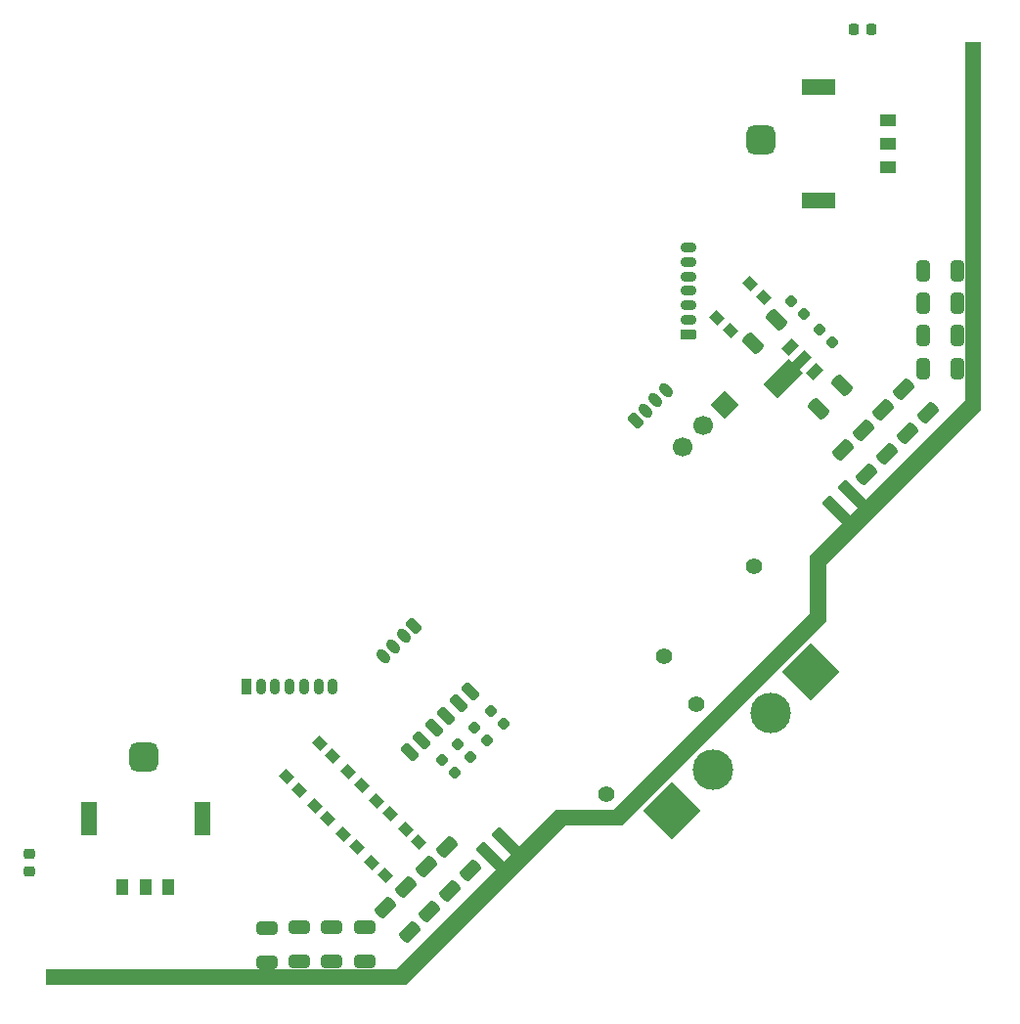
<source format=gbr>
%TF.GenerationSoftware,KiCad,Pcbnew,(6.0.8)*%
%TF.CreationDate,2022-12-08T06:23:49+09:00*%
%TF.ProjectId,ORION_VV_driver_v3,4f52494f-4e5f-4565-965f-647269766572,rev?*%
%TF.SameCoordinates,Original*%
%TF.FileFunction,Soldermask,Top*%
%TF.FilePolarity,Negative*%
%FSLAX46Y46*%
G04 Gerber Fmt 4.6, Leading zero omitted, Abs format (unit mm)*
G04 Created by KiCad (PCBNEW (6.0.8)) date 2022-12-08 06:23:49*
%MOMM*%
%LPD*%
G01*
G04 APERTURE LIST*
G04 Aperture macros list*
%AMRoundRect*
0 Rectangle with rounded corners*
0 $1 Rounding radius*
0 $2 $3 $4 $5 $6 $7 $8 $9 X,Y pos of 4 corners*
0 Add a 4 corners polygon primitive as box body*
4,1,4,$2,$3,$4,$5,$6,$7,$8,$9,$2,$3,0*
0 Add four circle primitives for the rounded corners*
1,1,$1+$1,$2,$3*
1,1,$1+$1,$4,$5*
1,1,$1+$1,$6,$7*
1,1,$1+$1,$8,$9*
0 Add four rect primitives between the rounded corners*
20,1,$1+$1,$2,$3,$4,$5,0*
20,1,$1+$1,$4,$5,$6,$7,0*
20,1,$1+$1,$6,$7,$8,$9,0*
20,1,$1+$1,$8,$9,$2,$3,0*%
%AMHorizOval*
0 Thick line with rounded ends*
0 $1 width*
0 $2 $3 position (X,Y) of the first rounded end (center of the circle)*
0 $4 $5 position (X,Y) of the second rounded end (center of the circle)*
0 Add line between two ends*
20,1,$1,$2,$3,$4,$5,0*
0 Add two circle primitives to create the rounded ends*
1,1,$1,$2,$3*
1,1,$1,$4,$5*%
%AMRotRect*
0 Rectangle, with rotation*
0 The origin of the aperture is its center*
0 $1 length*
0 $2 width*
0 $3 Rotation angle, in degrees counterclockwise*
0 Add horizontal line*
21,1,$1,$2,0,0,$3*%
%AMFreePoly0*
4,1,9,3.862500,-0.866500,0.737500,-0.866500,0.737500,-0.450000,-0.737500,-0.450000,-0.737500,0.450000,0.737500,0.450000,0.737500,0.866500,3.862500,0.866500,3.862500,-0.866500,3.862500,-0.866500,$1*%
G04 Aperture macros list end*
%ADD10RoundRect,0.225000X0.176777X-0.494975X0.494975X-0.176777X-0.176777X0.494975X-0.494975X0.176777X0*%
%ADD11HorizOval,0.900000X-0.176777X0.176777X0.176777X-0.176777X0*%
%ADD12RotRect,1.300000X0.900000X225.000000*%
%ADD13FreePoly0,225.000000*%
%ADD14RoundRect,0.218750X0.335876X0.026517X0.026517X0.335876X-0.335876X-0.026517X-0.026517X-0.335876X0*%
%ADD15RotRect,0.900000X1.000000X45.000000*%
%ADD16RoundRect,0.250000X0.689429X0.229810X0.229810X0.689429X-0.689429X-0.229810X-0.229810X-0.689429X0*%
%ADD17RoundRect,0.250000X1.069499X-1.440730X1.440730X-1.069499X-1.069499X1.440730X-1.440730X1.069499X0*%
%ADD18RoundRect,0.250000X0.650000X-0.325000X0.650000X0.325000X-0.650000X0.325000X-0.650000X-0.325000X0*%
%ADD19RoundRect,0.218750X-0.335876X-0.026517X-0.026517X-0.335876X0.335876X0.026517X0.026517X0.335876X0*%
%ADD20R,1.450000X1.100000*%
%ADD21R,2.899999X1.350000*%
%ADD22RotRect,1.700000X1.700000X315.000000*%
%ADD23HorizOval,1.700000X0.000000X0.000000X0.000000X0.000000X0*%
%ADD24C,1.400000*%
%ADD25RotRect,3.500000X3.500000X45.000000*%
%ADD26C,3.500000*%
%ADD27RoundRect,0.225000X0.475000X-0.225000X0.475000X0.225000X-0.475000X0.225000X-0.475000X-0.225000X0*%
%ADD28O,1.400000X0.900000*%
%ADD29RoundRect,0.250000X0.325000X0.650000X-0.325000X0.650000X-0.325000X-0.650000X0.325000X-0.650000X0*%
%ADD30RoundRect,0.250000X0.229810X-0.689429X0.689429X-0.229810X-0.229810X0.689429X-0.689429X0.229810X0*%
%ADD31RotRect,0.900000X1.000000X225.000000*%
%ADD32RoundRect,0.250000X-1.069499X1.440730X-1.440730X1.069499X1.069499X-1.440730X1.440730X-1.069499X0*%
%ADD33RoundRect,0.225000X-0.176777X0.494975X-0.494975X0.176777X0.176777X-0.494975X0.494975X-0.176777X0*%
%ADD34RoundRect,0.225000X-0.250000X0.225000X-0.250000X-0.225000X0.250000X-0.225000X0.250000X0.225000X0*%
%ADD35RoundRect,0.225000X-0.225000X-0.475000X0.225000X-0.475000X0.225000X0.475000X-0.225000X0.475000X0*%
%ADD36O,0.900000X1.400000*%
%ADD37RoundRect,0.225000X-0.225000X-0.250000X0.225000X-0.250000X0.225000X0.250000X-0.225000X0.250000X0*%
%ADD38RoundRect,0.225000X-0.247487X0.565685X-0.565685X0.247487X0.247487X-0.565685X0.565685X-0.247487X0*%
%ADD39R,1.100000X1.450000*%
%ADD40R,1.350000X2.899999*%
%ADD41RoundRect,0.625000X-0.625000X-0.625000X0.625000X-0.625000X0.625000X0.625000X-0.625000X0.625000X0*%
%ADD42RoundRect,0.625000X-0.625000X0.625000X-0.625000X-0.625000X0.625000X-0.625000X0.625000X0.625000X0*%
G04 APERTURE END LIST*
D10*
%TO.C,J2*%
X103710919Y-124686865D03*
D11*
X104594802Y-123802982D03*
X105478686Y-122919098D03*
X106362569Y-122035215D03*
%TD*%
D12*
%TO.C,U2*%
X119284945Y-120426547D03*
D13*
X118162413Y-119427759D03*
D12*
X117163625Y-118305227D03*
%TD*%
D14*
%TO.C,D2*%
X90894609Y-152352419D03*
X89780915Y-151238725D03*
%TD*%
D15*
%TO.C,SW4*%
X78873792Y-155110135D03*
X75974655Y-158009272D03*
X77106026Y-159140643D03*
X80005163Y-156241506D03*
%TD*%
D16*
%TO.C,C37*%
X127292930Y-125818237D03*
X125206964Y-123732271D03*
%TD*%
D17*
%TO.C,R26*%
X121653753Y-132906982D03*
X122979579Y-131581156D03*
%TD*%
D18*
%TO.C,C26*%
X80288006Y-171505088D03*
X80288006Y-168555088D03*
%TD*%
D15*
%TO.C,SW5*%
X76398919Y-152635261D03*
X73499782Y-155534398D03*
X74631153Y-156665769D03*
X77530290Y-153766632D03*
%TD*%
D19*
%TO.C,D14*%
X117207819Y-114318912D03*
X118321513Y-115432606D03*
%TD*%
D20*
%TO.C,J12*%
X125557306Y-98733624D03*
X125557306Y-100733625D03*
X125557306Y-102733624D03*
D21*
X119582307Y-95838626D03*
X119582307Y-105628622D03*
%TD*%
D22*
%TO.C,J14*%
X111418382Y-123343363D03*
D23*
X109622331Y-125139414D03*
X107826280Y-126935465D03*
%TD*%
D14*
%TO.C,D1*%
X89452111Y-153794917D03*
X88338417Y-152681223D03*
%TD*%
D16*
%TO.C,C36*%
X129060697Y-124050470D03*
X126974731Y-121964504D03*
%TD*%
D24*
%TO.C,J11*%
X106221148Y-145051540D03*
X113999323Y-137273366D03*
D25*
X118949070Y-146465754D03*
D26*
X115413536Y-150001288D03*
%TD*%
D27*
%TO.C,J6*%
X108365171Y-117211545D03*
D28*
X108365171Y-115961545D03*
X108365171Y-114711545D03*
X108365171Y-113461545D03*
X108365171Y-112211545D03*
X108365171Y-110961545D03*
X108365171Y-109711545D03*
%TD*%
D18*
%TO.C,C3*%
X71802725Y-171565875D03*
X71802725Y-168615875D03*
%TD*%
D29*
%TO.C,C25*%
X131614034Y-120179060D03*
X128664034Y-120179060D03*
%TD*%
D15*
%TO.C,SW3*%
X78449529Y-160484146D03*
X81348666Y-157585009D03*
X79580900Y-161615517D03*
X82480037Y-158716380D03*
%TD*%
D30*
%TO.C,C4*%
X119550110Y-123696917D03*
X121636076Y-121610951D03*
%TD*%
D14*
%TO.C,D4*%
X88066181Y-155180846D03*
X86952487Y-154067152D03*
%TD*%
D31*
%TO.C,SW1*%
X114830172Y-113991876D03*
X111931035Y-116891013D03*
X110799664Y-115759642D03*
X113698801Y-112860505D03*
%TD*%
D16*
%TO.C,C34*%
X125525163Y-127586004D03*
X123439197Y-125500038D03*
%TD*%
D32*
%TO.C,R20*%
X92971735Y-161589000D03*
X91645909Y-162914826D03*
%TD*%
D16*
%TO.C,C33*%
X84159417Y-168951750D03*
X82073451Y-166865784D03*
%TD*%
%TO.C,C32*%
X123757396Y-129353771D03*
X121671430Y-127267805D03*
%TD*%
D30*
%TO.C,C2*%
X113893256Y-118040062D03*
X115979222Y-115954096D03*
%TD*%
D33*
%TO.C,J3*%
X84530647Y-142452923D03*
D11*
X83646764Y-143336806D03*
X82762880Y-144220690D03*
X81878997Y-145104573D03*
%TD*%
D34*
%TO.C,C38*%
X51296628Y-162184020D03*
X51296628Y-163734020D03*
%TD*%
D16*
%TO.C,C10*%
X89462717Y-163648450D03*
X87376751Y-161562484D03*
%TD*%
D24*
%TO.C,J15*%
X101253723Y-157054678D03*
X109031897Y-149276504D03*
D25*
X106910577Y-158468892D03*
D26*
X110446111Y-154933358D03*
%TD*%
D35*
%TO.C,J5*%
X70034958Y-147756224D03*
D36*
X71284958Y-147756224D03*
X72534958Y-147756224D03*
X73784958Y-147756224D03*
X75034958Y-147756224D03*
X76284958Y-147756224D03*
X77534958Y-147756224D03*
%TD*%
D14*
%TO.C,D3*%
X92308822Y-150938205D03*
X91195128Y-149824511D03*
%TD*%
D37*
%TO.C,C39*%
X122646520Y-90834128D03*
X124196520Y-90834128D03*
%TD*%
D19*
%TO.C,D15*%
X119682693Y-116793786D03*
X120796387Y-117907480D03*
%TD*%
D38*
%TO.C,J4*%
X89480395Y-148109778D03*
X88419735Y-149170438D03*
X87359075Y-150231098D03*
X86298414Y-151291759D03*
X85237754Y-152352419D03*
X84177094Y-153413079D03*
%TD*%
D16*
%TO.C,C31*%
X85927183Y-167183984D03*
X83841217Y-165098018D03*
%TD*%
D29*
%TO.C,C30*%
X131614034Y-114522206D03*
X128664034Y-114522206D03*
%TD*%
D16*
%TO.C,C35*%
X87694950Y-165416217D03*
X85608984Y-163330251D03*
%TD*%
D18*
%TO.C,C1*%
X74631152Y-171505088D03*
X74631152Y-168555088D03*
%TD*%
%TO.C,C28*%
X77459579Y-171505088D03*
X77459579Y-168555088D03*
%TD*%
D29*
%TO.C,C27*%
X131614034Y-117350633D03*
X128664034Y-117350633D03*
%TD*%
%TO.C,C29*%
X131614034Y-111693778D03*
X128664034Y-111693778D03*
%TD*%
D39*
%TO.C,J13*%
X63317444Y-165080340D03*
X61317443Y-165080340D03*
X59317444Y-165080340D03*
D40*
X66212442Y-159105341D03*
X56422446Y-159105341D03*
%TD*%
D15*
%TO.C,SW2*%
X83823540Y-160059883D03*
X80924403Y-162959020D03*
X82055774Y-164090391D03*
X84954911Y-161191254D03*
%TD*%
D41*
%TO.C,GD2*%
X114582685Y-100380070D03*
%TD*%
D42*
%TO.C,GD1*%
X61139017Y-153823739D03*
%TD*%
G36*
X133616689Y-91914791D02*
G01*
X133663182Y-91968447D01*
X133674568Y-92020789D01*
X133674568Y-123662404D01*
X133654566Y-123730525D01*
X133637663Y-123751499D01*
X120252352Y-137136811D01*
X120239540Y-137160273D01*
X120239540Y-142047180D01*
X120219538Y-142115301D01*
X120202635Y-142136275D01*
X102598775Y-159740135D01*
X102536463Y-159774161D01*
X102509680Y-159777040D01*
X97630238Y-159777040D01*
X97604593Y-159784570D01*
X83860445Y-173528717D01*
X83798133Y-173562743D01*
X83771350Y-173565622D01*
X52836842Y-173565622D01*
X52768721Y-173545620D01*
X52722228Y-173491964D01*
X52710842Y-173439622D01*
X52710842Y-172277408D01*
X52730844Y-172209287D01*
X52784500Y-172162794D01*
X52836842Y-172151408D01*
X83098319Y-172151408D01*
X83123964Y-172143878D01*
X96868111Y-158399731D01*
X96930423Y-158365705D01*
X96957206Y-158362826D01*
X101836648Y-158362826D01*
X101862293Y-158355296D01*
X118812514Y-141405075D01*
X118825326Y-141381613D01*
X118825326Y-136494706D01*
X118845328Y-136426585D01*
X118862231Y-136405611D01*
X132247543Y-123020299D01*
X132260355Y-122996837D01*
X132260355Y-92020789D01*
X132280357Y-91952668D01*
X132334013Y-91906175D01*
X132386355Y-91894789D01*
X133548568Y-91894789D01*
X133616689Y-91914791D01*
G37*
M02*

</source>
